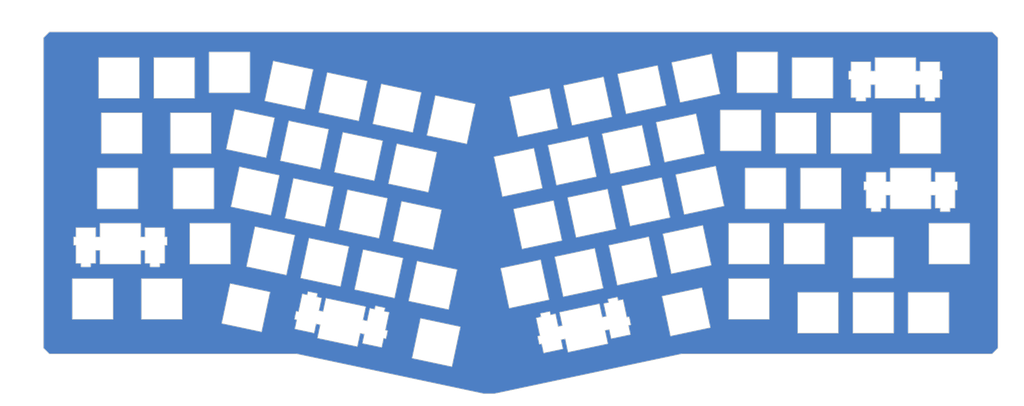
<source format=kicad_pcb>
(kicad_pcb (version 20221018) (generator pcbnew)
  (layers (0 "F.Cu" signal) (31 "B.Cu" signal) (34 "B.Paste" user) (35 "F.Paste" user) (36 "B.SilkS" user "B.Silkscreen") (37 "F.SilkS" user "F.Silkscreen") (38 "B.Mask" user) (39 "F.Mask" user) (44 "Edge.Cuts" user))
  (net 0 "")
  (gr_line (start 308 33) (end 306 31) (stroke (width 0.2)) (layer "Edge.Cuts"))
  (gr_line (start 265.658 53.8505) (end 279.657 53.8505) (stroke (width 0.2)) (layer "Edge.Cuts"))
  (gr_line (start 181.245 97.8638) (end 194.939 94.9534) (stroke (width 0.2)) (layer "Edge.Cuts"))
  (gr_line (start 293.172 85.4502) (end 293.996 85.4502) (stroke (width 0.2)) (layer "Edge.Cuts"))
  (gr_line (start 95.476 48.995) (end 92.565 62.6894) (stroke (width 0.2)) (layer "Edge.Cuts"))
  (gr_line (start -3.0428 110.7705) (end -3.0428 106.3001) (stroke (width 0.2)) (layer "Edge.Cuts"))
  (gr_line (start 92.982 82.2548) (end 95.892 68.5585) (stroke (width 0.2)) (layer "Edge.Cuts"))
  (gr_line (start 51.9161 98.1629) (end 49.0057 111.8564) (stroke (width 0.2)) (layer "Edge.Cuts"))
  (gr_line (start 284.897 82.6516) (end 284.897 77.9512) (stroke (width 0.2)) (layer "Edge.Cuts"))
  (gr_line (start 95.556 139.7244) (end 96.227 136.5646) (stroke (width 0.2)) (layer "Edge.Cuts"))
  (gr_line (start 106.259 65.5998) (end 109.169 51.906) (stroke (width 0.2)) (layer "Edge.Cuts"))
  (gr_line (start 88.132 134.8448) (end 89.625 135.1617) (stroke (width 0.2)) (layer "Edge.Cuts"))
  (gr_line (start 11.5284 77.9512) (end 11.5284 91.9505) (stroke (width 0.2)) (layer "Edge.Cuts"))
  (gr_line (start 80.917 99.1645) (end 94.61 102.0749) (stroke (width 0.2)) (layer "Edge.Cuts"))
  (gr_line (start 270.896 87.2515) (end 270.896 91.9505) (stroke (width 0.2)) (layer "Edge.Cuts"))
  (gr_line (start 107.818 110.0455) (end 104.907 123.7392) (stroke (width 0.2)) (layer "Edge.Cuts"))
  (gr_line (start 74.833 122.7456) (end 73.146 122.386) (stroke (width 0.2)) (layer "Edge.Cuts"))
  (gr_line (start 171.578 129.3609) (end 170.601 124.7652) (stroke (width 0.2)) (layer "Edge.Cuts"))
  (gr_line (start 90.067 125.7484) (end 76.372 122.8366) (stroke (width 0.2)) (layer "Edge.Cuts"))
  (gr_line (start -4.7681 110.7705) (end -3.0428 110.7705) (stroke (width 0.2)) (layer "Edge.Cuts"))
  (gr_line (start 65.194 81.5104) (end 62.283 95.2042) (stroke (width 0.2)) (layer "Edge.Cuts"))
  (gr_line (start 279.657 39.851) (end 265.658 39.851) (stroke (width 0.2)) (layer "Edge.Cuts"))
  (gr_line (start -3.0428 101.7016) (end -3.0428 98.4716) (stroke (width 0.2)) (layer "Edge.Cuts"))
  (gr_line (start 19.0319 111.9707) (end 19.0319 110.7705) (stroke (width 0.2)) (layer "Edge.Cuts"))
  (gr_line (start 12.9575 72.9005) (end -1.0418 72.9005) (stroke (width 0.2)) (layer "Edge.Cuts"))
  (gr_line (start 73.462 136.5315) (end 87.155 139.4419) (stroke (width 0.2)) (layer "Edge.Cuts"))
  (gr_line (start 12.9575 58.9012) (end 12.9575 72.9005) (stroke (width 0.2)) (layer "Edge.Cuts"))
  (gr_line (start 286.421 87.2515) (end 286.421 91.7205) (stroke (width 0.2)) (layer "Edge.Cuts"))
  (gr_line (start 136.642 112.5069) (end 139.552 126.2004) (stroke (width 0.2)) (layer "Edge.Cuts"))
  (gr_line (start 97.616 133.9987) (end 96.809 133.8264) (stroke (width 0.2)) (layer "Edge.Cuts"))
  (gr_line (start 75.978 98.1146) (end 78.888 84.4208) (stroke (width 0.2)) (layer "Edge.Cuts"))
  (gr_line (start 209.147 111.4083) (end 206.237 97.7135) (stroke (width 0.2)) (layer "Edge.Cuts"))
  (gr_line (start 269.372 87.2515) (end 270.896 87.2515) (stroke (width 0.2)) (layer "Edge.Cuts"))
  (gr_line (start 62.283 95.2042) (end 75.978 98.1146) (stroke (width 0.2)) (layer "Edge.Cuts"))
  (gr_line (start 67.639 115.8181) (end 81.333 118.7286) (stroke (width 0.2)) (layer "Edge.Cuts"))
  (gr_line (start 171.578 66.1304) (end 174.488 79.8238) (stroke (width 0.2)) (layer "Edge.Cuts"))
  (gr_line (start 50.1053 51.946) (end 36.1057 51.946) (stroke (width 0.2)) (layer "Edge.Cuts"))
  (gr_line (start 17.0546 39.851) (end 31.0553 39.851) (stroke (width 0.2)) (layer "Edge.Cuts"))
  (gr_line (start 73.394 121.2133) (end 70.167 120.5256) (stroke (width 0.2)) (layer "Edge.Cuts"))
  (gr_line (start 281.183 44.552) (end 279.657 44.552) (stroke (width 0.2)) (layer "Edge.Cuts"))
  (gr_line (start 114.526 72.5202) (end 100.831 69.6084) (stroke (width 0.2)) (layer "Edge.Cuts"))
  (gr_line (start 173.071 129.044) (end 171.578 129.3609) (stroke (width 0.2)) (layer "Edge.Cuts"))
  (gr_line (start 157.671 102.8757) (end 154.76 89.1794) (stroke (width 0.2)) (layer "Edge.Cuts"))
  (gr_line (start 159.699 88.1306) (end 162.611 101.8255) (stroke (width 0.2)) (layer "Edge.Cuts"))
  (gr_line (start 264.418 58.9012) (end 264.418 72.9005) (stroke (width 0.2)) (layer "Edge.Cuts"))
  (gr_line (start 60.2547 80.4605) (end 46.561 77.5487) (stroke (width 0.2)) (layer "Edge.Cuts"))
  (gr_line (start 150.548 129.2617) (end 148.86 129.62) (stroke (width 0.2)) (layer "Edge.Cuts"))
  (gr_line (start 252.987 134.8131) (end 238.987 134.8131) (stroke (width 0.2)) (layer "Edge.Cuts"))
  (gr_line (start 21.5815 104.5002) (end 21.5815 101.7016) (stroke (width 0.2)) (layer "Edge.Cuts"))
  (gr_line (start -10.6179 101.7016) (end -10.6179 104.5002) (stroke (width 0.2)) (layer "Edge.Cuts"))
  (gr_line (start 84.245 105.035) (end 70.55 102.1246) (stroke (width 0.2)) (layer "Edge.Cuts"))
  (gr_line (start 96.809 133.8264) (end 98.112 127.6928) (stroke (width 0.2)) (layer "Edge.Cuts"))
  (gr_line (start 234.891 77.9512) (end 234.891 91.9505) (stroke (width 0.2)) (layer "Edge.Cuts"))
  (gr_line (start 174.906 60.2598) (end 171.994 46.566) (stroke (width 0.2)) (layer "Edge.Cuts"))
  (gr_line (start 180.629 132.1404) (end 181.435 131.9682) (stroke (width 0.2)) (layer "Edge.Cuts"))
  (gr_line (start 282.907 53.6205) (end 282.907 54.8207) (stroke (width 0.2)) (layer "Edge.Cuts"))
  (gr_line (start 181.3 135.2989) (end 180.629 132.1404) (stroke (width 0.2)) (layer "Edge.Cuts"))
  (gr_line (start 87.155 139.4419) (end 88.132 134.8448) (stroke (width 0.2)) (layer "Edge.Cuts"))
  (gr_line (start 209.262 38.645) (end 195.567 41.554) (stroke (width 0.2)) (layer "Edge.Cuts"))
  (gr_line (start 79.288 79.3429) (end 92.982 82.2548) (stroke (width 0.2)) (layer "Edge.Cuts"))
  (gr_line (start 12.7687 130.0506) (end 12.7687 116.0512) (stroke (width 0.2)) (layer "Edge.Cuts"))
  (gr_line (start 150.298 128.0876) (end 150.548 129.2617) (stroke (width 0.2)) (layer "Edge.Cuts"))
  (gr_line (start -10.6179 104.5002) (end -9.7938 104.5002) (stroke (width 0.2)) (layer "Edge.Cuts"))
  (gr_line (start 220.891 91.9505) (end 220.891 77.9512) (stroke (width 0.2)) (layer "Edge.Cuts"))
  (gr_line (start 111.198 66.6496) (end 124.893 69.5615) (stroke (width 0.2)) (layer "Edge.Cuts"))
  (gr_line (start 251.082 53.8505) (end 237.083 53.8505) (stroke (width 0.2)) (layer "Edge.Cuts"))
  (gr_line (start 262.407 54.8207) (end 262.407 53.6205) (stroke (width 0.2)) (layer "Edge.Cuts"))
  (gr_line (start 99.967 122.6905) (end 102.877 108.9957) (stroke (width 0.2)) (layer "Edge.Cuts"))
  (gr_line (start 245.368 58.9012) (end 245.368 72.9005) (stroke (width 0.2)) (layer "Edge.Cuts"))
  (gr_line (start 239.941 91.9505) (end 239.941 77.9512) (stroke (width 0.2)) (layer "Edge.Cuts"))
  (gr_line (start 76.372 122.8366) (end 75.395 127.4337) (stroke (width 0.2)) (layer "Edge.Cuts"))
  (gr_line (start 15.7317 110.7705) (end 15.7317 111.9707) (stroke (width 0.2)) (layer "Edge.Cuts"))
  (gr_line (start 106.07 143.46168) (end 119.765 146.37348) (stroke (width 0.2)) (layer "Edge.Cuts"))
  (gr_line (start 190.515 115.369) (end 187.603 101.6755) (stroke (width 0.2)) (layer "Edge.Cuts"))
  (gr_line (start 158.841 136.772) (end 159.818 141.3691) (stroke (width 0.2)) (layer "Edge.Cuts"))
  (gr_line (start 234.225 97.0012) (end 248.226 97.0012) (stroke (width 0.2)) (layer "Edge.Cuts"))
  (gr_line (start 256.558 47.35) (end 257.383 47.35) (stroke (width 0.2)) (layer "Edge.Cuts"))
  (gr_line (start 248.226 97.0012) (end 248.226 111.0005) (stroke (width 0.2)) (layer "Edge.Cuts"))
  (gr_line (start 72.946 131.6175) (end 74.439 131.9344) (stroke (width 0.2)) (layer "Edge.Cuts"))
  (gr_line (start 55.2979 54.7684) (end 68.991 57.6789) (stroke (width 0.2)) (layer "Edge.Cuts"))
  (gr_line (start -19 142) (end 66.272381 142) (stroke (width 0.2)) (layer "Edge.Cuts"))
  (gr_line (start 173.512 138.4587) (end 172.534 133.8602) (stroke (width 0.2)) (layer "Edge.Cuts"))
  (gr_line (start 232.032 37.947) (end 232.032 51.946) (stroke (width 0.2)) (layer "Edge.Cuts"))
  (gr_line (start -3.0428 98.4716) (end -9.7938 98.4716) (stroke (width 0.2)) (layer "Edge.Cuts"))
  (gr_line (start 100.831 69.6084) (end 97.922 83.3036) (stroke (width 0.2)) (layer "Edge.Cuts"))
  (gr_line (start 83.827 85.4711) (end 80.917 99.1645) (stroke (width 0.2)) (layer "Edge.Cuts"))
  (gr_line (start 291.087 120.8136) (end 291.087 134.8131) (stroke (width 0.2)) (layer "Edge.Cuts"))
  (gr_line (start 176.305 98.914) (end 173.394 85.2202) (stroke (width 0.2)) (layer "Edge.Cuts"))
  (gr_line (start 237.083 39.851) (end 251.082 39.851) (stroke (width 0.2)) (layer "Edge.Cuts"))
  (gr_line (start 262.621 85.4502) (end 262.621 91.7205) (stroke (width 0.2)) (layer "Edge.Cuts"))
  (gr_line (start 14.0063 101.7016) (end 12.4823 101.7016) (stroke (width 0.2)) (layer "Edge.Cuts"))
  (gr_line (start 293.172 91.7205) (end 293.172 85.4502) (stroke (width 0.2)) (layer "Edge.Cuts"))
  (gr_line (start 12.4823 97.0012) (end -1.5188 97.0012) (stroke (width 0.2)) (layer "Edge.Cuts"))
  (gr_line (start 82.199 65.6495) (end 79.288 79.3429) (stroke (width 0.2)) (layer "Edge.Cuts"))
  (gr_line (start 43.3666 117.7695) (end 40.4561 131.4631) (stroke (width 0.2)) (layer "Edge.Cuts"))
  (gr_line (start 127.803 55.8666) (end 114.11 52.9562) (stroke (width 0.2)) (layer "Edge.Cuts"))
  (gr_line (start 77.258 64.5993) (end 63.564 61.6875) (stroke (width 0.2)) (layer "Edge.Cuts"))
  (gr_line (start 157.35 137.089) (end 158.841 136.772) (stroke (width 0.2)) (layer "Edge.Cuts"))
  (gr_line (start 71.903 43.985) (end 58.2083 41.073) (stroke (width 0.2)) (layer "Edge.Cuts"))
  (gr_line (start 150.165 135.7537) (end 149.357 135.9245) (stroke (width 0.2)) (layer "Edge.Cuts"))
  (gr_line (start 293.996 85.4502) (end 293.996 82.6516) (stroke (width 0.2)) (layer "Edge.Cuts"))
  (gr_line (start 257.383 44.552) (end 256.558 44.552) (stroke (width 0.2)) (layer "Edge.Cuts"))
  (gr_line (start 215.175 130.0506) (end 215.175 116.0512) (stroke (width 0.2)) (layer "Edge.Cuts"))
  (gr_line (start 258.037 115.763) (end 258.037 101.7637) (stroke (width 0.2)) (layer "Edge.Cuts"))
  (gr_line (start 195.454 114.3187) (end 209.147 111.4083) (stroke (width 0.2)) (layer "Edge.Cuts"))
  (gr_line (start 293.172 82.6516) (end 293.172 79.4216) (stroke (width 0.2)) (layer "Edge.Cuts"))
  (gr_line (start 229.176 130.0506) (end 215.175 130.0506) (stroke (width 0.2)) (layer "Edge.Cuts"))
  (gr_line (start 257.383 53.6205) (end 259.107 53.6205) (stroke (width 0.2)) (layer "Edge.Cuts"))
  (gr_line (start 12.0053 53.8505) (end -1.9943 53.8505) (stroke (width 0.2)) (layer "Edge.Cuts"))
  (gr_line (start 306 31) (end -19 31) (stroke (width 0.2)) (layer "Edge.Cuts"))
  (gr_line (start 269.372 82.6516) (end 269.372 79.4216) (stroke (width 0.2)) (layer "Edge.Cuts"))
  (gr_line (start 95.892 68.5585) (end 82.199 65.6495) (stroke (width 0.2)) (layer "Edge.Cuts"))
  (gr_line (start 130.637947 155.685261) (end 134.550529 155.685453) (stroke (width 0.2)) (layer "Edge.Cuts"))
  (gr_line (start 269.372 79.4216) (end 262.621 79.4216) (stroke (width 0.2)) (layer "Edge.Cuts"))
  (gr_line (start 264.346 91.7205) (end 264.346 92.9207) (stroke (width 0.2)) (layer "Edge.Cuts"))
  (gr_line (start 288.23 58.9012) (end 288.23 72.9005) (stroke (width 0.2)) (layer "Edge.Cuts"))
  (gr_line (start 284.897 87.2515) (end 286.421 87.2515) (stroke (width 0.2)) (layer "Edge.Cuts"))
  (gr_line (start 134.550529 155.685453) (end 198.947958 142) (stroke (width 0.2)) (layer "Edge.Cuts"))
  (gr_line (start -9.7938 101.7016) (end -10.6179 101.7016) (stroke (width 0.2)) (layer "Edge.Cuts"))
  (gr_line (start 99.551 103.1251) (end 113.244 106.0355) (stroke (width 0.2)) (layer "Edge.Cuts"))
  (gr_line (start -21 33) (end -21 140) (stroke (width 0.2)) (layer "Edge.Cuts"))
  (gr_line (start 14.0063 98.4716) (end 14.0063 101.7016) (stroke (width 0.2)) (layer "Edge.Cuts"))
  (gr_line (start 234.225 111.0005) (end 234.225 97.0012) (stroke (width 0.2)) (layer "Edge.Cuts"))
  (gr_line (start 195.152 135.8067) (end 208.847 132.8963) (stroke (width 0.2)) (layer "Edge.Cuts"))
  (gr_line (start 150.747 138.4932) (end 151.419 141.6516) (stroke (width 0.2)) (layer "Edge.Cuts"))
  (gr_line (start 62.699 114.7682) (end 65.611 101.0748) (stroke (width 0.2)) (layer "Edge.Cuts"))
  (gr_line (start 262.621 91.7205) (end 264.346 91.7205) (stroke (width 0.2)) (layer "Edge.Cuts"))
  (gr_line (start 188.182 76.9134) (end 185.271 63.2185) (stroke (width 0.2)) (layer "Edge.Cuts"))
  (gr_line (start -21 140) (end -19 142) (stroke (width 0.2)) (layer "Edge.Cuts"))
  (gr_line (start 174.027 133.5433) (end 174.698 136.7031) (stroke (width 0.2)) (layer "Edge.Cuts"))
  (gr_line (start 212.317 57.9477) (end 226.318 57.9477) (stroke (width 0.2)) (layer "Edge.Cuts"))
  (gr_line (start 231.367 58.9012) (end 245.368 58.9012) (stroke (width 0.2)) (layer "Edge.Cuts"))
  (gr_line (start 226.318 71.9484) (end 212.317 71.9484) (stroke (width 0.2)) (layer "Edge.Cuts"))
  (gr_line (start 81.333 118.7286) (end 84.245 105.035) (stroke (width 0.2)) (layer "Edge.Cuts"))
  (gr_line (start 149.939 138.6641) (end 150.747 138.4932) (stroke (width 0.2)) (layer "Edge.Cuts"))
  (gr_line (start -8.0685 111.9707) (end -4.7681 111.9707) (stroke (width 0.2)) (layer "Edge.Cuts"))
  (gr_line (start 239.941 77.9512) (end 253.941 77.9512) (stroke (width 0.2)) (layer "Edge.Cuts"))
  (gr_line (start 190.212 62.1683) (end 193.122 75.8635) (stroke (width 0.2)) (layer "Edge.Cuts"))
  (gr_line (start 179.845 59.2099) (end 193.538 56.2995) (stroke (width 0.2)) (layer "Edge.Cuts"))
  (gr_line (start 281.183 49.152) (end 281.183 53.6205) (stroke (width 0.2)) (layer "Edge.Cuts"))
  (gr_line (start 172.534 133.8602) (end 174.027 133.5433) (stroke (width 0.2)) (layer "Edge.Cuts"))
  (gr_line (start 150.335 109.5965) (end 136.642 112.5069) (stroke (width 0.2)) (layer "Edge.Cuts"))
  (gr_line (start 250.417 72.9005) (end 250.417 58.9012) (stroke (width 0.2)) (layer "Edge.Cuts"))
  (gr_line (start 74.348 78.2927) (end 77.258 64.5993) (stroke (width 0.2)) (layer "Edge.Cuts"))
  (gr_line (start 104.907 123.7392) (end 118.601 126.6496) (stroke (width 0.2)) (layer "Edge.Cuts"))
  (gr_line (start 113.244 106.0355) (end 116.156 92.3421) (stroke (width 0.2)) (layer "Edge.Cuts"))
  (gr_line (start 291.087 134.8131) (end 277.087 134.8131) (stroke (width 0.2)) (layer "Edge.Cuts"))
  (gr_line (start 11.5284 91.9505) (end -2.4709 91.9505) (stroke (width 0.2)) (layer "Edge.Cuts"))
  (gr_line (start 180.046 129.4009) (end 178.744 123.2686) (stroke (width 0.2)) (layer "Edge.Cuts"))
  (gr_line (start 220.891 77.9512) (end 234.891 77.9512) (stroke (width 0.2)) (layer "Edge.Cuts"))
  (gr_line (start 20.756 104.5002) (end 21.5815 104.5002) (stroke (width 0.2)) (layer "Edge.Cuts"))
  (gr_line (start 63.564 61.6875) (end 60.6527 75.3809) (stroke (width 0.2)) (layer "Edge.Cuts"))
  (gr_line (start 257.383 41.322) (end 257.383 44.552) (stroke (width 0.2)) (layer "Edge.Cuts"))
  (gr_line (start 88.952 138.3216) (end 95.556 139.7244) (stroke (width 0.2)) (layer "Edge.Cuts"))
  (gr_line (start 253.941 91.9505) (end 239.941 91.9505) (stroke (width 0.2)) (layer "Edge.Cuts"))
  (gr_line (start 286.421 79.4216) (end 286.421 82.6516) (stroke (width 0.2)) (layer "Edge.Cuts"))
  (gr_line (start 150.916 84.8343) (end 148.004 71.1409) (stroke (width 0.2)) (layer "Edge.Cuts"))
  (gr_line (start 155.464 128.2172) (end 153.775 128.5754) (stroke (width 0.2)) (layer "Edge.Cuts"))
  (gr_line (start 43.4371 97.0012) (end 43.4371 111.0005) (stroke (width 0.2)) (layer "Edge.Cuts"))
  (gr_line (start 157.885 132.2727) (end 156.392 132.5897) (stroke (width 0.2)) (layer "Edge.Cuts"))
  (gr_line (start 298.232 111.0005) (end 284.231 111.0005) (stroke (width 0.2)) (layer "Edge.Cuts"))
  (gr_line (start 274.231 58.9012) (end 288.23 58.9012) (stroke (width 0.2)) (layer "Edge.Cuts"))
  (gr_line (start -1.9943 39.851) (end 12.0053 39.851) (stroke (width 0.2)) (layer "Edge.Cuts"))
  (gr_line (start 65.538 130.0423) (end 66.344 130.2132) (stroke (width 0.2)) (layer "Edge.Cuts"))
  (gr_line (start 23.7228 77.9512) (end 37.7221 77.9512) (stroke (width 0.2)) (layer "Edge.Cuts"))
  (gr_line (start 92.565 62.6894) (end 106.259 65.5998) (stroke (width 0.2)) (layer "Edge.Cuts"))
  (gr_line (start 20.756 110.7705) (end 20.756 104.5002) (stroke (width 0.2)) (layer "Edge.Cuts"))
  (gr_line (start 60.6527 75.3809) (end 74.348 78.2927) (stroke (width 0.2)) (layer "Edge.Cuts"))
  (gr_line (start 308 140) (end 308 33) (stroke (width 0.2)) (layer "Edge.Cuts"))
  (gr_line (start 187.603 101.6755) (end 173.91 104.586) (stroke (width 0.2)) (layer "Edge.Cuts"))
  (gr_line (start 192.542 100.6253) (end 195.454 114.3187) (stroke (width 0.2)) (layer "Edge.Cuts"))
  (gr_line (start 42.0204 71.4206) (end 55.7138 74.3324) (stroke (width 0.2)) (layer "Edge.Cuts"))
  (gr_line (start -1.5188 101.7016) (end -3.0428 101.7016) (stroke (width 0.2)) (layer "Edge.Cuts"))
  (gr_line (start 218.033 37.947) (end 232.032 37.947) (stroke (width 0.2)) (layer "Edge.Cuts"))
  (gr_line (start 293.172 79.4216) (end 286.421 79.4216) (stroke (width 0.2)) (layer "Edge.Cuts"))
  (gr_line (start 279.657 44.552) (end 279.657 39.851) (stroke (width 0.2)) (layer "Edge.Cuts"))
  (gr_line (start 177.056 123.62692) (end 176.807 122.45418) (stroke (width 0.2)) (layer "Edge.Cuts"))
  (gr_line (start 40.4561 131.4631) (end 54.1499 134.3735) (stroke (width 0.2)) (layer "Edge.Cuts"))
  (gr_line (start 265.658 49.152) (end 265.658 53.8505) (stroke (width 0.2)) (layer "Edge.Cuts"))
  (gr_line (start 234.891 91.9505) (end 220.891 91.9505) (stroke (width 0.2)) (layer "Edge.Cuts"))
  (gr_line (start 193.122 75.8635) (end 206.816 72.9531) (stroke (width 0.2)) (layer "Edge.Cuts"))
  (gr_line (start 14.0063 106.3001) (end 14.0063 110.7705) (stroke (width 0.2)) (layer "Edge.Cuts"))
  (gr_line (start 114.11 52.9562) (end 111.198 66.6496) (stroke (width 0.2)) (layer "Edge.Cuts"))
  (gr_line (start 274.231 72.9005) (end 274.231 58.9012) (stroke (width 0.2)) (layer "Edge.Cuts"))
  (gr_line (start 264.132 44.552) (end 264.132 41.322) (stroke (width 0.2)) (layer "Edge.Cuts"))
  (gr_line (start 93.446 125.4755) (end 93.198 126.6482) (stroke (width 0.2)) (layer "Edge.Cuts"))
  (gr_line (start 156.392 132.5897) (end 155.464 128.2172) (stroke (width 0.2)) (layer "Edge.Cuts"))
  (gr_line (start -1.5188 97.0012) (end -1.5188 101.7016) (stroke (width 0.2)) (layer "Edge.Cuts"))
  (gr_line (start 193.538 56.2995) (end 190.628 42.604) (stroke (width 0.2)) (layer "Edge.Cuts"))
  (gr_line (start 284.231 97.0012) (end 298.232 97.0012) (stroke (width 0.2)) (layer "Edge.Cuts"))
  (gr_line (start 58.2083 41.073) (end 55.2979 54.7684) (stroke (width 0.2)) (layer "Edge.Cuts"))
  (gr_line (start 108.982 129.7681) (end 106.07 143.46168) (stroke (width 0.2)) (layer "Edge.Cuts"))
  (gr_line (start 258.037 120.8136) (end 272.037 120.8136) (stroke (width 0.2)) (layer "Edge.Cuts"))
  (gr_line (start 21.5815 101.7016) (end 20.756 101.7016) (stroke (width 0.2)) (layer "Edge.Cuts"))
  (gr_line (start 195.567 41.554) (end 198.479 55.2493) (stroke (width 0.2)) (layer "Edge.Cuts"))
  (gr_line (start 212.317 71.9484) (end 212.317 57.9477) (stroke (width 0.2)) (layer "Edge.Cuts"))
  (gr_line (start 66.12 127.3028) (end 65.538 130.0423) (stroke (width 0.2)) (layer "Edge.Cuts"))
  (gr_line (start 270.896 77.9512) (end 270.896 82.6516) (stroke (width 0.2)) (layer "Edge.Cuts"))
  (gr_line (start 288.146 92.9207) (end 291.447 92.9207) (stroke (width 0.2)) (layer "Edge.Cuts"))
  (gr_line (start 169.55 80.874) (end 166.639 67.1802) (stroke (width 0.2)) (layer "Edge.Cuts"))
  (gr_line (start 279.657 53.8505) (end 279.657 49.152) (stroke (width 0.2)) (layer "Edge.Cuts"))
  (gr_line (start 181.435 131.9682) (end 180.854 129.23) (stroke (width 0.2)) (layer "Edge.Cuts"))
  (gr_line (start 176.82 118.2794) (end 190.515 115.369) (stroke (width 0.2)) (layer "Edge.Cuts"))
  (gr_line (start 245.368 72.9005) (end 231.367 72.9005) (stroke (width 0.2)) (layer "Edge.Cuts"))
  (gr_line (start 199.879 93.9031) (end 213.571 90.9913) (stroke (width 0.2)) (layer "Edge.Cuts"))
  (gr_line (start 218.033 51.946) (end 218.033 37.947) (stroke (width 0.2)) (layer "Edge.Cuts"))
  (gr_line (start 206.237 97.7135) (end 192.542 100.6253) (stroke (width 0.2)) (layer "Edge.Cuts"))
  (gr_line (start 264.132 49.152) (end 265.658 49.152) (stroke (width 0.2)) (layer "Edge.Cuts"))
  (gr_line (start 215.175 116.0512) (end 229.176 116.0512) (stroke (width 0.2)) (layer "Edge.Cuts"))
  (gr_line (start 208.847 132.8963) (end 205.935 119.2027) (stroke (width 0.2)) (layer "Edge.Cuts"))
  (gr_line (start 44.9308 57.7272) (end 42.0204 71.4206) (stroke (width 0.2)) (layer "Edge.Cuts"))
  (gr_line (start 284.897 91.9505) (end 284.897 87.2515) (stroke (width 0.2)) (layer "Edge.Cuts"))
  (gr_line (start 198.947958 142) (end 306 142) (stroke (width 0.2)) (layer "Edge.Cuts"))
  (gr_line (start 134.31 74.0527) (end 137.222 87.7461) (stroke (width 0.2)) (layer "Edge.Cuts"))
  (gr_line (start 287.933 47.35) (end 288.758 47.35) (stroke (width 0.2)) (layer "Edge.Cuts"))
  (gr_line (start 89.09 130.3455) (end 90.067 125.7484) (stroke (width 0.2)) (layer "Edge.Cuts"))
  (gr_line (start 109.169 51.906) (end 95.476 48.995) (stroke (width 0.2)) (layer "Edge.Cuts"))
  (gr_line (start 229.176 97.0012) (end 229.176 111.0005) (stroke (width 0.2)) (layer "Edge.Cuts"))
  (gr_line (start 205.935 119.2027) (end 192.242 122.1117) (stroke (width 0.2)) (layer "Edge.Cuts"))
  (gr_line (start 70.55 102.1246) (end 67.639 115.8181) (stroke (width 0.2)) (layer "Edge.Cuts"))
  (gr_line (start 264.132 53.6205) (end 264.132 49.152) (stroke (width 0.2)) (layer "Edge.Cuts"))
  (gr_line (start 89.184 106.0853) (end 86.273 119.7787) (stroke (width 0.2)) (layer "Edge.Cuts"))
  (gr_line (start 174.698 136.7031) (end 181.3 135.2989) (stroke (width 0.2)) (layer "Edge.Cuts"))
  (gr_line (start 192.242 122.1117) (end 195.152 135.8067) (stroke (width 0.2)) (layer "Edge.Cuts"))
  (gr_line (start 272.037 120.8136) (end 272.037 134.8131) (stroke (width 0.2)) (layer "Edge.Cuts"))
  (gr_line (start 96.227 136.5646) (end 97.033 136.7369) (stroke (width 0.2)) (layer "Edge.Cuts"))
  (gr_line (start 143.977 105.7847) (end 157.671 102.8757) (stroke (width 0.2)) (layer "Edge.Cuts"))
  (gr_line (start 154.76 89.1794) (end 141.067 92.0913) (stroke (width 0.2)) (layer "Edge.Cuts"))
  (gr_line (start 66.272381 142) (end 130.637947 155.685261) (stroke (width 0.2)) (layer "Edge.Cuts"))
  (gr_line (start 190.628 42.604) (end 176.935 45.516) (stroke (width 0.2)) (layer "Edge.Cuts"))
  (gr_line (start 111.615 86.214) (end 114.526 72.5202) (stroke (width 0.2)) (layer "Edge.Cuts"))
  (gr_line (start 2.9573 116.0512) (end 2.9573 130.0506) (stroke (width 0.2)) (layer "Edge.Cuts"))
  (gr_line (start 172.14 124.6715) (end 173.071 129.044) (stroke (width 0.2)) (layer "Edge.Cuts"))
  (gr_line (start 210.662 77.2979) (end 196.967 80.2097) (stroke (width 0.2)) (layer "Edge.Cuts"))
  (gr_line (start 118.601 126.6496) (end 121.511 112.956) (stroke (width 0.2)) (layer "Edge.Cuts"))
  (gr_line (start 57.3443 94.154) (end 60.2547 80.4605) (stroke (width 0.2)) (layer "Edge.Cuts"))
  (gr_line (start 26.7684 130.0506) (end 12.7687 130.0506) (stroke (width 0.2)) (layer "Edge.Cuts"))
  (gr_line (start 36.1057 51.946) (end 36.1057 37.947) (stroke (width 0.2)) (layer "Edge.Cuts"))
  (gr_line (start 43.4371 111.0005) (end 29.4375 111.0005) (stroke (width 0.2)) (layer "Edge.Cuts"))
  (gr_line (start 206.816 72.9531) (end 203.906 59.2593) (stroke (width 0.2)) (layer "Edge.Cuts"))
  (gr_line (start 286.421 82.6516) (end 284.897 82.6516) (stroke (width 0.2)) (layer "Edge.Cuts"))
  (gr_line (start 267.646 92.9207) (end 267.646 91.7205) (stroke (width 0.2)) (layer "Edge.Cuts"))
  (gr_line (start 69.917 121.6997) (end 68.231 121.3414) (stroke (width 0.2)) (layer "Edge.Cuts"))
  (gr_line (start 91.51 126.2899) (end 90.581 130.6624) (stroke (width 0.2)) (layer "Edge.Cuts"))
  (gr_line (start 153.246 123.2913) (end 150.335 109.5965) (stroke (width 0.2)) (layer "Edge.Cuts"))
  (gr_line (start 50.1053 37.947) (end 50.1053 51.946) (stroke (width 0.2)) (layer "Edge.Cuts"))
  (gr_line (start -9.7938 104.5002) (end -9.7938 110.7705) (stroke (width 0.2)) (layer "Edge.Cuts"))
  (gr_line (start 272.037 101.7637) (end 272.037 115.763) (stroke (width 0.2)) (layer "Edge.Cuts"))
  (gr_line (start 65.673 133.3731) (end 72.275 134.7759) (stroke (width 0.2)) (layer "Edge.Cuts"))
  (gr_line (start 176.807 122.45418) (end 173.579 123.13906) (stroke (width 0.2)) (layer "Edge.Cuts"))
  (gr_line (start 251.082 39.851) (end 251.082 53.8505) (stroke (width 0.2)) (layer "Edge.Cuts"))
  (gr_line (start 31.0553 39.851) (end 31.0553 53.8505) (stroke (width 0.2)) (layer "Edge.Cuts"))
  (gr_line (start 2.9573 130.0506) (end -11.0437 130.0506) (stroke (width 0.2)) (layer "Edge.Cuts"))
  (gr_line (start 158.186 122.2413) (end 171.88 119.3295) (stroke (width 0.2)) (layer "Edge.Cuts"))
  (gr_line (start 203.906 59.2593) (end 190.212 62.1683) (stroke (width 0.2)) (layer "Edge.Cuts"))
  (gr_line (start 66.344 130.2132) (end 65.673 133.3731) (stroke (width 0.2)) (layer "Edge.Cuts"))
  (gr_line (start 264.346 92.9207) (end 267.646 92.9207) (stroke (width 0.2)) (layer "Edge.Cuts"))
  (gr_line (start 22.7707 72.9005) (end 22.7707 58.9012) (stroke (width 0.2)) (layer "Edge.Cuts"))
  (gr_line (start 153.775 128.5754) (end 153.526 127.4014) (stroke (width 0.2)) (layer "Edge.Cuts"))
  (gr_line (start 288.146 91.7205) (end 288.146 92.9207) (stroke (width 0.2)) (layer "Edge.Cuts"))
  (gr_line (start 119.765 146.37348) (end 122.676 132.6785) (stroke (width 0.2)) (layer "Edge.Cuts"))
  (gr_line (start -1.9943 53.8505) (end -1.9943 39.851) (stroke (width 0.2)) (layer "Edge.Cuts"))
  (gr_line (start 102.877 108.9957) (end 89.184 106.0853) (stroke (width 0.2)) (layer "Edge.Cuts"))
  (gr_line (start 46.561 77.5487) (end 43.6491 91.2436) (stroke (width 0.2)) (layer "Edge.Cuts"))
  (gr_line (start 284.897 77.9512) (end 270.896 77.9512) (stroke (width 0.2)) (layer "Edge.Cuts"))
  (gr_line (start 270.896 91.9505) (end 284.897 91.9505) (stroke (width 0.2)) (layer "Edge.Cuts"))
  (gr_line (start 68.991 57.6789) (end 71.903 43.985) (stroke (width 0.2)) (layer "Edge.Cuts"))
  (gr_line (start 256.558 44.552) (end 256.558 47.35) (stroke (width 0.2)) (layer "Edge.Cuts"))
  (gr_line (start 288.758 47.35) (end 288.758 44.552) (stroke (width 0.2)) (layer "Edge.Cuts"))
  (gr_line (start 137.222 87.7461) (end 150.916 84.8343) (stroke (width 0.2)) (layer "Edge.Cuts"))
  (gr_line (start -2.4709 91.9505) (end -2.4709 77.9512) (stroke (width 0.2)) (layer "Edge.Cuts"))
  (gr_line (start 259.107 54.8207) (end 262.407 54.8207) (stroke (width 0.2)) (layer "Edge.Cuts"))
  (gr_line (start 286.207 53.6205) (end 287.933 53.6205) (stroke (width 0.2)) (layer "Edge.Cuts"))
  (gr_line (start 198.479 55.2493) (end 212.172 52.3389) (stroke (width 0.2)) (layer "Edge.Cuts"))
  (gr_line (start 102.461 89.4317) (end 99.551 103.1251) (stroke (width 0.2)) (layer "Edge.Cuts"))
  (gr_line (start 155.276 108.5477) (end 158.186 122.2413) (stroke (width 0.2)) (layer "Edge.Cuts"))
  (gr_line (start 264.132 41.322) (end 257.383 41.322) (stroke (width 0.2)) (layer "Edge.Cuts"))
  (gr_line (start 265.658 44.552) (end 264.132 44.552) (stroke (width 0.2)) (layer "Edge.Cuts"))
  (gr_line (start 36.1057 37.947) (end 50.1053 37.947) (stroke (width 0.2)) (layer "Edge.Cuts"))
  (gr_line (start 17.0546 53.8505) (end 17.0546 39.851) (stroke (width 0.2)) (layer "Edge.Cuts"))
  (gr_line (start 97.521 88.3815) (end 83.827 85.4711) (stroke (width 0.2)) (layer "Edge.Cuts"))
  (gr_line (start 36.77 58.9012) (end 36.77 72.9005) (stroke (width 0.2)) (layer "Edge.Cuts"))
  (gr_line (start 281.183 53.6205) (end 282.907 53.6205) (stroke (width 0.2)) (layer "Edge.Cuts"))
  (gr_line (start 229.176 116.0512) (end 229.176 130.0506) (stroke (width 0.2)) (layer "Edge.Cuts"))
  (gr_line (start 171.88 119.3295) (end 168.97 105.6358) (stroke (width 0.2)) (layer "Edge.Cuts"))
  (gr_line (start 176.935 45.516) (end 179.845 59.2099) (stroke (width 0.2)) (layer "Edge.Cuts"))
  (gr_line (start 270.896 82.6516) (end 269.372 82.6516) (stroke (width 0.2)) (layer "Edge.Cuts"))
  (gr_line (start 12.0053 39.851) (end 12.0053 53.8505) (stroke (width 0.2)) (layer "Edge.Cuts"))
  (gr_line (start 262.621 82.6516) (end 261.797 82.6516) (stroke (width 0.2)) (layer "Edge.Cuts"))
  (gr_line (start 74.439 131.9344) (end 73.462 136.5315) (stroke (width 0.2)) (layer "Edge.Cuts"))
  (gr_line (start 96.675 126.1604) (end 93.446 125.4755) (stroke (width 0.2)) (layer "Edge.Cuts"))
  (gr_line (start 237.083 53.8505) (end 237.083 39.851) (stroke (width 0.2)) (layer "Edge.Cuts"))
  (gr_line (start 298.232 97.0012) (end 298.232 111.0005) (stroke (width 0.2)) (layer "Edge.Cuts"))
  (gr_line (start 20.756 101.7016) (end 20.756 98.4716) (stroke (width 0.2)) (layer "Edge.Cuts"))
  (gr_line (start 258.037 134.8131) (end 258.037 120.8136) (stroke (width 0.2)) (layer "Edge.Cuts"))
  (gr_line (start 94.61 102.0749) (end 97.521 88.3815) (stroke (width 0.2)) (layer "Edge.Cuts"))
  (gr_line (start 287.933 44.552) (end 287.933 41.322) (stroke (width 0.2)) (layer "Edge.Cuts"))
  (gr_line (start -2.4709 77.9512) (end 11.5284 77.9512) (stroke (width 0.2)) (layer "Edge.Cuts"))
  (gr_line (start 162.611 101.8255) (end 176.305 98.914) (stroke (width 0.2)) (layer "Edge.Cuts"))
  (gr_line (start 171.994 46.566) (end 158.3 49.477) (stroke (width 0.2)) (layer "Edge.Cuts"))
  (gr_line (start 155.855 83.7844) (end 169.55 80.874) (stroke (width 0.2)) (layer "Edge.Cuts"))
  (gr_line (start 20.756 98.4716) (end 14.0063 98.4716) (stroke (width 0.2)) (layer "Edge.Cuts"))
  (gr_line (start 262.621 79.4216) (end 262.621 82.6516) (stroke (width 0.2)) (layer "Edge.Cuts"))
  (gr_line (start 57.0617 120.6799) (end 43.3666 117.7695) (stroke (width 0.2)) (layer "Edge.Cuts"))
  (gr_line (start 29.4375 111.0005) (end 29.4375 97.0012) (stroke (width 0.2)) (layer "Edge.Cuts"))
  (gr_line (start 173.91 104.586) (end 176.82 118.2794) (stroke (width 0.2)) (layer "Edge.Cuts"))
  (gr_line (start 12.4823 106.3001) (end 14.0063 106.3001) (stroke (width 0.2)) (layer "Edge.Cuts"))
  (gr_line (start 161.211 63.1716) (end 174.906 60.2598) (stroke (width 0.2)) (layer "Edge.Cuts"))
  (gr_line (start 277.087 120.8136) (end 291.087 120.8136) (stroke (width 0.2)) (layer "Edge.Cuts"))
  (gr_line (start -19 31) (end -21 33) (stroke (width 0.2)) (layer "Edge.Cuts"))
  (gr_line (start -4.7681 111.9707) (end -4.7681 110.7705) (stroke (width 0.2)) (layer "Edge.Cuts"))
  (gr_line (start 97.033 136.7369) (end 97.616 133.9987) (stroke (width 0.2)) (layer "Edge.Cuts"))
  (gr_line (start -1.0418 58.9012) (end 12.9575 58.9012) (stroke (width 0.2)) (layer "Edge.Cuts"))
  (gr_line (start 173.828 124.3132) (end 172.14 124.6715) (stroke (width 0.2)) (layer "Edge.Cuts"))
  (gr_line (start 257.383 47.35) (end 257.383 53.6205) (stroke (width 0.2)) (layer "Edge.Cuts"))
  (gr_line (start 98.112 127.6928) (end 96.425 127.3345) (stroke (width 0.2)) (layer "Edge.Cuts"))
  (gr_line (start 72.275 134.7759) (end 72.946 131.6175) (stroke (width 0.2)) (layer "Edge.Cuts"))
  (gr_line (start -11.0437 116.0512) (end 2.9573 116.0512) (stroke (width 0.2)) (layer "Edge.Cuts"))
  (gr_line (start 231.367 72.9005) (end 231.367 58.9012) (stroke (width 0.2)) (layer "Edge.Cuts"))
  (gr_line (start 287.933 41.322) (end 281.183 41.322) (stroke (width 0.2)) (layer "Edge.Cuts"))
  (gr_line (start 174.488 79.8238) (end 188.182 76.9134) (stroke (width 0.2)) (layer "Edge.Cuts"))
  (gr_line (start 90.537 47.946) (end 76.842 45.035) (stroke (width 0.2)) (layer "Edge.Cuts"))
  (gr_line (start 22.7707 58.9012) (end 36.77 58.9012) (stroke (width 0.2)) (layer "Edge.Cuts"))
  (gr_line (start 291.447 91.7205) (end 293.172 91.7205) (stroke (width 0.2)) (layer "Edge.Cuts"))
  (gr_line (start 90.581 130.6624) (end 89.09 130.3455) (stroke (width 0.2)) (layer "Edge.Cuts"))
  (gr_line (start 286.421 91.7205) (end 288.146 91.7205) (stroke (width 0.2)) (layer "Edge.Cuts"))
  (gr_line (start 194.939 94.9534) (end 192.028 81.2585) (stroke (width 0.2)) (layer "Edge.Cuts"))
  (gr_line (start 250.417 58.9012) (end 264.418 58.9012) (stroke (width 0.2)) (layer "Edge.Cuts"))
  (gr_line (start 288.758 44.552) (end 287.933 44.552) (stroke (width 0.2)) (layer "Edge.Cuts"))
  (gr_line (start 281.183 41.322) (end 281.183 44.552) (stroke (width 0.2)) (layer "Edge.Cuts"))
  (gr_line (start 262.407 53.6205) (end 264.132 53.6205) (stroke (width 0.2)) (layer "Edge.Cuts"))
  (gr_line (start 65.611 101.0748) (end 51.9161 98.1629) (stroke (width 0.2)) (layer "Edge.Cuts"))
  (gr_line (start 265.658 39.851) (end 265.658 44.552) (stroke (width 0.2)) (layer "Edge.Cuts"))
  (gr_line (start 87.625 61.6391) (end 90.537 47.946) (stroke (width 0.2)) (layer "Edge.Cuts"))
  (gr_line (start 12.4823 101.7016) (end 12.4823 97.0012) (stroke (width 0.2)) (layer "Edge.Cuts"))
  (gr_line (start 156.907 127.6742) (end 157.885 132.2727) (stroke (width 0.2)) (layer "Edge.Cuts"))
  (gr_line (start -11.0437 130.0506) (end -11.0437 116.0512) (stroke (width 0.2)) (layer "Edge.Cuts"))
  (gr_line (start 158.3 49.477) (end 161.211 63.1716) (stroke (width 0.2)) (layer "Edge.Cuts"))
  (gr_line (start 37.7221 77.9512) (end 37.7221 91.9505) (stroke (width 0.2)) (layer "Edge.Cuts"))
  (gr_line (start 213.571 90.9913) (end 210.662 77.2979) (stroke (width 0.2)) (layer "Edge.Cuts"))
  (gr_line (start 122.676 132.6785) (end 108.982 129.7681) (stroke (width 0.2)) (layer "Edge.Cuts"))
  (gr_line (start 259.107 53.6205) (end 259.107 54.8207) (stroke (width 0.2)) (layer "Edge.Cuts"))
  (gr_line (start 23.7228 91.9505) (end 23.7228 77.9512) (stroke (width 0.2)) (layer "Edge.Cuts"))
  (gr_line (start 159.818 141.3691) (end 173.512 138.4587) (stroke (width 0.2)) (layer "Edge.Cuts"))
  (gr_line (start 178.744 123.2686) (end 177.056 123.62692) (stroke (width 0.2)) (layer "Edge.Cuts"))
  (gr_line (start 153.526 127.4014) (end 150.298 128.0876) (stroke (width 0.2)) (layer "Edge.Cuts"))
  (gr_line (start 215.175 97.0012) (end 229.176 97.0012) (stroke (width 0.2)) (layer "Edge.Cuts"))
  (gr_line (start 277.087 134.8131) (end 277.087 120.8136) (stroke (width 0.2)) (layer "Edge.Cuts"))
  (gr_line (start 291.447 92.9207) (end 291.447 91.7205) (stroke (width 0.2)) (layer "Edge.Cuts"))
  (gr_line (start 66.927 127.4751) (end 66.12 127.3028) (stroke (width 0.2)) (layer "Edge.Cuts"))
  (gr_line (start 282.907 54.8207) (end 286.207 54.8207) (stroke (width 0.2)) (layer "Edge.Cuts"))
  (gr_line (start 170.601 124.7652) (end 156.907 127.6742) (stroke (width 0.2)) (layer "Edge.Cuts"))
  (gr_line (start 139.667 53.4385) (end 142.577 67.1322) (stroke (width 0.2)) (layer "Edge.Cuts"))
  (gr_line (start 36.77 72.9005) (end 22.7707 72.9005) (stroke (width 0.2)) (layer "Edge.Cuts"))
  (gr_line (start 272.037 134.8131) (end 258.037 134.8131) (stroke (width 0.2)) (layer "Edge.Cuts"))
  (gr_line (start 93.198 126.6482) (end 91.51 126.2899) (stroke (width 0.2)) (layer "Edge.Cuts"))
  (gr_line (start 180.854 129.23) (end 180.046 129.4009) (stroke (width 0.2)) (layer "Edge.Cuts"))
  (gr_line (start 124.893 69.5615) (end 127.803 55.8666) (stroke (width 0.2)) (layer "Edge.Cuts"))
  (gr_line (start 185.271 63.2185) (end 171.578 66.1304) (stroke (width 0.2)) (layer "Edge.Cuts"))
  (gr_line (start 70.167 120.5256) (end 69.917 121.6997) (stroke (width 0.2)) (layer "Edge.Cuts"))
  (gr_line (start -1.5188 111.0005) (end 12.4823 111.0005) (stroke (width 0.2)) (layer "Edge.Cuts"))
  (gr_line (start 261.797 85.4502) (end 262.621 85.4502) (stroke (width 0.2)) (layer "Edge.Cuts"))
  (gr_line (start 286.207 54.8207) (end 286.207 53.6205) (stroke (width 0.2)) (layer "Edge.Cuts"))
  (gr_line (start 258.037 101.7637) (end 272.037 101.7637) (stroke (width 0.2)) (layer "Edge.Cuts"))
  (gr_line (start 151.419 141.6516) (end 158.021 140.2488) (stroke (width 0.2)) (layer "Edge.Cuts"))
  (gr_line (start 49.0057 111.8564) (end 62.699 114.7682) (stroke (width 0.2)) (layer "Edge.Cuts"))
  (gr_line (start 153.36 50.527) (end 139.667 53.4385) (stroke (width 0.2)) (layer "Edge.Cuts"))
  (gr_line (start 73.904 127.1167) (end 74.833 122.7456) (stroke (width 0.2)) (layer "Edge.Cuts"))
  (gr_line (start 306 142) (end 308 140) (stroke (width 0.2)) (layer "Edge.Cuts"))
  (gr_line (start 158.021 140.2488) (end 157.35 137.089) (stroke (width 0.2)) (layer "Edge.Cuts"))
  (gr_line (start 73.932 58.7287) (end 87.625 61.6391) (stroke (width 0.2)) (layer "Edge.Cuts"))
  (gr_line (start 269.372 91.7205) (end 269.372 87.2515) (stroke (width 0.2)) (layer "Edge.Cuts"))
  (gr_line (start 261.797 82.6516) (end 261.797 85.4502) (stroke (width 0.2)) (layer "Edge.Cuts"))
  (gr_line (start 75.395 127.4337) (end 73.904 127.1167) (stroke (width 0.2)) (layer "Edge.Cuts"))
  (gr_line (start 148.004 71.1409) (end 134.31 74.0527) (stroke (width 0.2)) (layer "Edge.Cuts"))
  (gr_line (start 284.231 111.0005) (end 284.231 97.0012) (stroke (width 0.2)) (layer "Edge.Cuts"))
  (gr_line (start 212.172 52.3389) (end 209.262 38.645) (stroke (width 0.2)) (layer "Edge.Cuts"))
  (gr_line (start 215.175 111.0005) (end 215.175 97.0012) (stroke (width 0.2)) (layer "Edge.Cuts"))
  (gr_line (start 288.23 72.9005) (end 274.231 72.9005) (stroke (width 0.2)) (layer "Edge.Cuts"))
  (gr_line (start 272.037 115.763) (end 258.037 115.763) (stroke (width 0.2)) (layer "Edge.Cuts"))
  (gr_line (start 173.394 85.2202) (end 159.699 88.1306) (stroke (width 0.2)) (layer "Edge.Cuts"))
  (gr_line (start 37.7221 91.9505) (end 23.7228 91.9505) (stroke (width 0.2)) (layer "Edge.Cuts"))
  (gr_line (start 141.067 92.0913) (end 143.977 105.7847) (stroke (width 0.2)) (layer "Edge.Cuts"))
  (gr_line (start -9.7938 110.7705) (end -8.0685 110.7705) (stroke (width 0.2)) (layer "Edge.Cuts"))
  (gr_line (start 226.318 57.9477) (end 226.318 71.9484) (stroke (width 0.2)) (layer "Edge.Cuts"))
  (gr_line (start 96.425 127.3345) (end 96.675 126.1604) (stroke (width 0.2)) (layer "Edge.Cuts"))
  (gr_line (start -3.0428 106.3001) (end -1.5188 106.3001) (stroke (width 0.2)) (layer "Edge.Cuts"))
  (gr_line (start 148.86 129.62) (end 150.165 135.7537) (stroke (width 0.2)) (layer "Edge.Cuts"))
  (gr_line (start 29.4375 97.0012) (end 43.4371 97.0012) (stroke (width 0.2)) (layer "Edge.Cuts"))
  (gr_line (start 248.226 111.0005) (end 234.225 111.0005) (stroke (width 0.2)) (layer "Edge.Cuts"))
  (gr_line (start 73.146 122.386) (end 73.394 121.2133) (stroke (width 0.2)) (layer "Edge.Cuts"))
  (gr_line (start 76.842 45.035) (end 73.932 58.7287) (stroke (width 0.2)) (layer "Edge.Cuts"))
  (gr_line (start 31.0553 53.8505) (end 17.0546 53.8505) (stroke (width 0.2)) (layer "Edge.Cuts"))
  (gr_line (start 166.639 67.1802) (end 152.944 70.0906) (stroke (width 0.2)) (layer "Edge.Cuts"))
  (gr_line (start 12.4823 111.0005) (end 12.4823 106.3001) (stroke (width 0.2)) (layer "Edge.Cuts"))
  (gr_line (start 58.6242 60.6376) (end 44.9308 57.7272) (stroke (width 0.2)) (layer "Edge.Cuts"))
  (gr_line (start -9.7938 98.4716) (end -9.7938 101.7016) (stroke (width 0.2)) (layer "Edge.Cuts"))
  (gr_line (start 264.418 72.9005) (end 250.417 72.9005) (stroke (width 0.2)) (layer "Edge.Cuts"))
  (gr_line (start 196.967 80.2097) (end 199.879 93.9031) (stroke (width 0.2)) (layer "Edge.Cuts"))
  (gr_line (start 19.0319 110.7705) (end 20.756 110.7705) (stroke (width 0.2)) (layer "Edge.Cuts"))
  (gr_line (start 232.032 51.946) (end 218.033 51.946) (stroke (width 0.2)) (layer "Edge.Cuts"))
  (gr_line (start 293.996 82.6516) (end 293.172 82.6516) (stroke (width 0.2)) (layer "Edge.Cuts"))
  (gr_line (start 121.511 112.956) (end 107.818 110.0455) (stroke (width 0.2)) (layer "Edge.Cuts"))
  (gr_line (start 86.273 119.7787) (end 99.967 122.6905) (stroke (width 0.2)) (layer "Edge.Cuts"))
  (gr_line (start -1.0418 72.9005) (end -1.0418 58.9012) (stroke (width 0.2)) (layer "Edge.Cuts"))
  (gr_line (start 43.6491 91.2436) (end 57.3443 94.154) (stroke (width 0.2)) (layer "Edge.Cuts"))
  (gr_line (start 156.272 64.2218) (end 153.36 50.527) (stroke (width 0.2)) (layer "Edge.Cuts"))
  (gr_line (start 253.941 77.9512) (end 253.941 91.9505) (stroke (width 0.2)) (layer "Edge.Cuts"))
  (gr_line (start 142.577 67.1322) (end 156.272 64.2218) (stroke (width 0.2)) (layer "Edge.Cuts"))
  (gr_line (start 12.7687 116.0512) (end 26.7684 116.0512) (stroke (width 0.2)) (layer "Edge.Cuts"))
  (gr_line (start 139.552 126.2004) (end 153.246 123.2913) (stroke (width 0.2)) (layer "Edge.Cuts"))
  (gr_line (start 229.176 111.0005) (end 215.175 111.0005) (stroke (width 0.2)) (layer "Edge.Cuts"))
  (gr_line (start 267.646 91.7205) (end 269.372 91.7205) (stroke (width 0.2)) (layer "Edge.Cuts"))
  (gr_line (start 15.7317 111.9707) (end 19.0319 111.9707) (stroke (width 0.2)) (layer "Edge.Cuts"))
  (gr_line (start 149.357 135.9245) (end 149.939 138.6641) (stroke (width 0.2)) (layer "Edge.Cuts"))
  (gr_line (start 116.156 92.3421) (end 102.461 89.4317) (stroke (width 0.2)) (layer "Edge.Cuts"))
  (gr_line (start 287.933 53.6205) (end 287.933 47.35) (stroke (width 0.2)) (layer "Edge.Cuts"))
  (gr_line (start 192.028 81.2585) (end 178.333 84.1704) (stroke (width 0.2)) (layer "Edge.Cuts"))
  (gr_line (start 78.888 84.4208) (end 65.194 81.5104) (stroke (width 0.2)) (layer "Edge.Cuts"))
  (gr_line (start 173.579 123.13906) (end 173.828 124.3132) (stroke (width 0.2)) (layer "Edge.Cuts"))
  (gr_line (start 54.1499 134.3735) (end 57.0617 120.6799) (stroke (width 0.2)) (layer "Edge.Cuts"))
  (gr_line (start -8.0685 110.7705) (end -8.0685 111.9707) (stroke (width 0.2)) (layer "Edge.Cuts"))
  (gr_line (start 168.97 105.6358) (end 155.276 108.5477) (stroke (width 0.2)) (layer "Edge.Cuts"))
  (gr_line (start -1.5188 106.3001) (end -1.5188 111.0005) (stroke (width 0.2)) (layer "Edge.Cuts"))
  (gr_line (start 238.987 120.8136) (end 252.987 120.8136) (stroke (width 0.2)) (layer "Edge.Cuts"))
  (gr_line (start 279.657 49.152) (end 281.183 49.152) (stroke (width 0.2)) (layer "Edge.Cuts"))
  (gr_line (start 14.0063 110.7705) (end 15.7317 110.7705) (stroke (width 0.2)) (layer "Edge.Cuts"))
  (gr_line (start 178.333 84.1704) (end 181.245 97.8638) (stroke (width 0.2)) (layer "Edge.Cuts"))
  (gr_line (start 26.7684 116.0512) (end 26.7684 130.0506) (stroke (width 0.2)) (layer "Edge.Cuts"))
  (gr_line (start 97.922 83.3036) (end 111.615 86.214) (stroke (width 0.2)) (layer "Edge.Cuts"))
  (gr_line (start 152.944 70.0906) (end 155.855 83.7844) (stroke (width 0.2)) (layer "Edge.Cuts"))
  (gr_line (start 238.987 134.8131) (end 238.987 120.8136) (stroke (width 0.2)) (layer "Edge.Cuts"))
  (gr_line (start 55.7138 74.3324) (end 58.6242 60.6376) (stroke (width 0.2)) (layer "Edge.Cuts"))
  (gr_line (start 68.231 121.3414) (end 66.927 127.4751) (stroke (width 0.2)) (layer "Edge.Cuts"))
  (gr_line (start 89.625 135.1617) (end 88.952 138.3216) (stroke (width 0.2)) (layer "Edge.Cuts"))
  (gr_line (start 252.987 120.8136) (end 252.987 134.8131) (stroke (width 0.2)) (layer "Edge.Cuts"))
  (zone (net 0) (net_name "") (layers "F&B.Cu") (connect_pads (clearance 0.5)) (min_thickness 0.25) (fill yes (thermal_gap 0.5) (thermal_bridge_width 0.5) (island_removal_mode 1) (island_area_min 10))
    (polygon (pts (xy -36 20) (xy -32 159) (xy 197 160) (xy 316 147) (xy 317 23)))
  )
)
</source>
